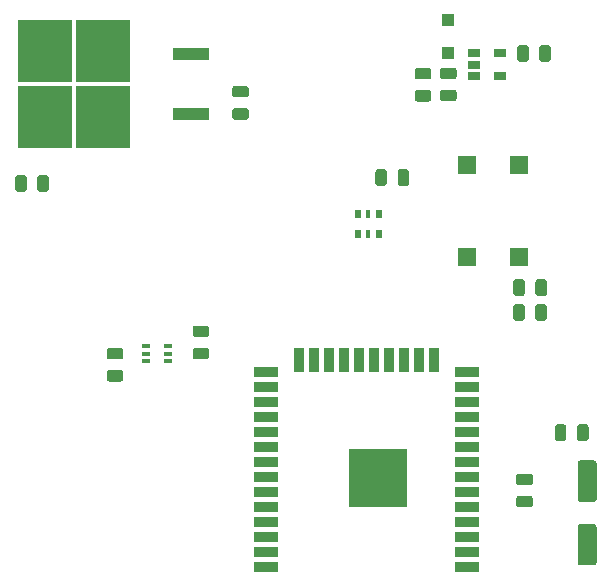
<source format=gbr>
G04 #@! TF.GenerationSoftware,KiCad,Pcbnew,(5.1.5)-3*
G04 #@! TF.CreationDate,2020-12-16T00:20:50-05:00*
G04 #@! TF.ProjectId,pov_ornament,706f765f-6f72-46e6-916d-656e742e6b69,rev?*
G04 #@! TF.SameCoordinates,Original*
G04 #@! TF.FileFunction,Paste,Top*
G04 #@! TF.FilePolarity,Positive*
%FSLAX46Y46*%
G04 Gerber Fmt 4.6, Leading zero omitted, Abs format (unit mm)*
G04 Created by KiCad (PCBNEW (5.1.5)-3) date 2020-12-16 00:20:50*
%MOMM*%
%LPD*%
G04 APERTURE LIST*
%ADD10R,0.500000X0.800000*%
%ADD11R,0.300000X0.800000*%
%ADD12C,0.100000*%
%ADD13R,1.100000X1.100000*%
%ADD14R,3.100000X1.100000*%
%ADD15R,4.550000X5.250000*%
%ADD16R,1.060000X0.650000*%
%ADD17R,0.650000X0.400000*%
%ADD18R,1.500000X1.500000*%
%ADD19R,5.000000X5.000000*%
%ADD20R,2.000000X0.900000*%
%ADD21R,0.900000X2.000000*%
G04 APERTURE END LIST*
D10*
X136075000Y-105400000D03*
D11*
X135175000Y-105400000D03*
D10*
X134275000Y-105400000D03*
D11*
X135175000Y-107100000D03*
D10*
X134275000Y-107100000D03*
X136075000Y-107100000D03*
D12*
G36*
X140280142Y-93026174D02*
G01*
X140303803Y-93029684D01*
X140327007Y-93035496D01*
X140349529Y-93043554D01*
X140371153Y-93053782D01*
X140391670Y-93066079D01*
X140410883Y-93080329D01*
X140428607Y-93096393D01*
X140444671Y-93114117D01*
X140458921Y-93133330D01*
X140471218Y-93153847D01*
X140481446Y-93175471D01*
X140489504Y-93197993D01*
X140495316Y-93221197D01*
X140498826Y-93244858D01*
X140500000Y-93268750D01*
X140500000Y-93756250D01*
X140498826Y-93780142D01*
X140495316Y-93803803D01*
X140489504Y-93827007D01*
X140481446Y-93849529D01*
X140471218Y-93871153D01*
X140458921Y-93891670D01*
X140444671Y-93910883D01*
X140428607Y-93928607D01*
X140410883Y-93944671D01*
X140391670Y-93958921D01*
X140371153Y-93971218D01*
X140349529Y-93981446D01*
X140327007Y-93989504D01*
X140303803Y-93995316D01*
X140280142Y-93998826D01*
X140256250Y-94000000D01*
X139343750Y-94000000D01*
X139319858Y-93998826D01*
X139296197Y-93995316D01*
X139272993Y-93989504D01*
X139250471Y-93981446D01*
X139228847Y-93971218D01*
X139208330Y-93958921D01*
X139189117Y-93944671D01*
X139171393Y-93928607D01*
X139155329Y-93910883D01*
X139141079Y-93891670D01*
X139128782Y-93871153D01*
X139118554Y-93849529D01*
X139110496Y-93827007D01*
X139104684Y-93803803D01*
X139101174Y-93780142D01*
X139100000Y-93756250D01*
X139100000Y-93268750D01*
X139101174Y-93244858D01*
X139104684Y-93221197D01*
X139110496Y-93197993D01*
X139118554Y-93175471D01*
X139128782Y-93153847D01*
X139141079Y-93133330D01*
X139155329Y-93114117D01*
X139171393Y-93096393D01*
X139189117Y-93080329D01*
X139208330Y-93066079D01*
X139228847Y-93053782D01*
X139250471Y-93043554D01*
X139272993Y-93035496D01*
X139296197Y-93029684D01*
X139319858Y-93026174D01*
X139343750Y-93025000D01*
X140256250Y-93025000D01*
X140280142Y-93026174D01*
G37*
G36*
X140280142Y-94901174D02*
G01*
X140303803Y-94904684D01*
X140327007Y-94910496D01*
X140349529Y-94918554D01*
X140371153Y-94928782D01*
X140391670Y-94941079D01*
X140410883Y-94955329D01*
X140428607Y-94971393D01*
X140444671Y-94989117D01*
X140458921Y-95008330D01*
X140471218Y-95028847D01*
X140481446Y-95050471D01*
X140489504Y-95072993D01*
X140495316Y-95096197D01*
X140498826Y-95119858D01*
X140500000Y-95143750D01*
X140500000Y-95631250D01*
X140498826Y-95655142D01*
X140495316Y-95678803D01*
X140489504Y-95702007D01*
X140481446Y-95724529D01*
X140471218Y-95746153D01*
X140458921Y-95766670D01*
X140444671Y-95785883D01*
X140428607Y-95803607D01*
X140410883Y-95819671D01*
X140391670Y-95833921D01*
X140371153Y-95846218D01*
X140349529Y-95856446D01*
X140327007Y-95864504D01*
X140303803Y-95870316D01*
X140280142Y-95873826D01*
X140256250Y-95875000D01*
X139343750Y-95875000D01*
X139319858Y-95873826D01*
X139296197Y-95870316D01*
X139272993Y-95864504D01*
X139250471Y-95856446D01*
X139228847Y-95846218D01*
X139208330Y-95833921D01*
X139189117Y-95819671D01*
X139171393Y-95803607D01*
X139155329Y-95785883D01*
X139141079Y-95766670D01*
X139128782Y-95746153D01*
X139118554Y-95724529D01*
X139110496Y-95702007D01*
X139104684Y-95678803D01*
X139101174Y-95655142D01*
X139100000Y-95631250D01*
X139100000Y-95143750D01*
X139101174Y-95119858D01*
X139104684Y-95096197D01*
X139110496Y-95072993D01*
X139118554Y-95050471D01*
X139128782Y-95028847D01*
X139141079Y-95008330D01*
X139155329Y-94989117D01*
X139171393Y-94971393D01*
X139189117Y-94955329D01*
X139208330Y-94941079D01*
X139228847Y-94928782D01*
X139250471Y-94918554D01*
X139272993Y-94910496D01*
X139296197Y-94904684D01*
X139319858Y-94901174D01*
X139343750Y-94900000D01*
X140256250Y-94900000D01*
X140280142Y-94901174D01*
G37*
G36*
X150405142Y-91101174D02*
G01*
X150428803Y-91104684D01*
X150452007Y-91110496D01*
X150474529Y-91118554D01*
X150496153Y-91128782D01*
X150516670Y-91141079D01*
X150535883Y-91155329D01*
X150553607Y-91171393D01*
X150569671Y-91189117D01*
X150583921Y-91208330D01*
X150596218Y-91228847D01*
X150606446Y-91250471D01*
X150614504Y-91272993D01*
X150620316Y-91296197D01*
X150623826Y-91319858D01*
X150625000Y-91343750D01*
X150625000Y-92256250D01*
X150623826Y-92280142D01*
X150620316Y-92303803D01*
X150614504Y-92327007D01*
X150606446Y-92349529D01*
X150596218Y-92371153D01*
X150583921Y-92391670D01*
X150569671Y-92410883D01*
X150553607Y-92428607D01*
X150535883Y-92444671D01*
X150516670Y-92458921D01*
X150496153Y-92471218D01*
X150474529Y-92481446D01*
X150452007Y-92489504D01*
X150428803Y-92495316D01*
X150405142Y-92498826D01*
X150381250Y-92500000D01*
X149893750Y-92500000D01*
X149869858Y-92498826D01*
X149846197Y-92495316D01*
X149822993Y-92489504D01*
X149800471Y-92481446D01*
X149778847Y-92471218D01*
X149758330Y-92458921D01*
X149739117Y-92444671D01*
X149721393Y-92428607D01*
X149705329Y-92410883D01*
X149691079Y-92391670D01*
X149678782Y-92371153D01*
X149668554Y-92349529D01*
X149660496Y-92327007D01*
X149654684Y-92303803D01*
X149651174Y-92280142D01*
X149650000Y-92256250D01*
X149650000Y-91343750D01*
X149651174Y-91319858D01*
X149654684Y-91296197D01*
X149660496Y-91272993D01*
X149668554Y-91250471D01*
X149678782Y-91228847D01*
X149691079Y-91208330D01*
X149705329Y-91189117D01*
X149721393Y-91171393D01*
X149739117Y-91155329D01*
X149758330Y-91141079D01*
X149778847Y-91128782D01*
X149800471Y-91118554D01*
X149822993Y-91110496D01*
X149846197Y-91104684D01*
X149869858Y-91101174D01*
X149893750Y-91100000D01*
X150381250Y-91100000D01*
X150405142Y-91101174D01*
G37*
G36*
X148530142Y-91101174D02*
G01*
X148553803Y-91104684D01*
X148577007Y-91110496D01*
X148599529Y-91118554D01*
X148621153Y-91128782D01*
X148641670Y-91141079D01*
X148660883Y-91155329D01*
X148678607Y-91171393D01*
X148694671Y-91189117D01*
X148708921Y-91208330D01*
X148721218Y-91228847D01*
X148731446Y-91250471D01*
X148739504Y-91272993D01*
X148745316Y-91296197D01*
X148748826Y-91319858D01*
X148750000Y-91343750D01*
X148750000Y-92256250D01*
X148748826Y-92280142D01*
X148745316Y-92303803D01*
X148739504Y-92327007D01*
X148731446Y-92349529D01*
X148721218Y-92371153D01*
X148708921Y-92391670D01*
X148694671Y-92410883D01*
X148678607Y-92428607D01*
X148660883Y-92444671D01*
X148641670Y-92458921D01*
X148621153Y-92471218D01*
X148599529Y-92481446D01*
X148577007Y-92489504D01*
X148553803Y-92495316D01*
X148530142Y-92498826D01*
X148506250Y-92500000D01*
X148018750Y-92500000D01*
X147994858Y-92498826D01*
X147971197Y-92495316D01*
X147947993Y-92489504D01*
X147925471Y-92481446D01*
X147903847Y-92471218D01*
X147883330Y-92458921D01*
X147864117Y-92444671D01*
X147846393Y-92428607D01*
X147830329Y-92410883D01*
X147816079Y-92391670D01*
X147803782Y-92371153D01*
X147793554Y-92349529D01*
X147785496Y-92327007D01*
X147779684Y-92303803D01*
X147776174Y-92280142D01*
X147775000Y-92256250D01*
X147775000Y-91343750D01*
X147776174Y-91319858D01*
X147779684Y-91296197D01*
X147785496Y-91272993D01*
X147793554Y-91250471D01*
X147803782Y-91228847D01*
X147816079Y-91208330D01*
X147830329Y-91189117D01*
X147846393Y-91171393D01*
X147864117Y-91155329D01*
X147883330Y-91141079D01*
X147903847Y-91128782D01*
X147925471Y-91118554D01*
X147947993Y-91110496D01*
X147971197Y-91104684D01*
X147994858Y-91101174D01*
X148018750Y-91100000D01*
X148506250Y-91100000D01*
X148530142Y-91101174D01*
G37*
G36*
X136530142Y-101601174D02*
G01*
X136553803Y-101604684D01*
X136577007Y-101610496D01*
X136599529Y-101618554D01*
X136621153Y-101628782D01*
X136641670Y-101641079D01*
X136660883Y-101655329D01*
X136678607Y-101671393D01*
X136694671Y-101689117D01*
X136708921Y-101708330D01*
X136721218Y-101728847D01*
X136731446Y-101750471D01*
X136739504Y-101772993D01*
X136745316Y-101796197D01*
X136748826Y-101819858D01*
X136750000Y-101843750D01*
X136750000Y-102756250D01*
X136748826Y-102780142D01*
X136745316Y-102803803D01*
X136739504Y-102827007D01*
X136731446Y-102849529D01*
X136721218Y-102871153D01*
X136708921Y-102891670D01*
X136694671Y-102910883D01*
X136678607Y-102928607D01*
X136660883Y-102944671D01*
X136641670Y-102958921D01*
X136621153Y-102971218D01*
X136599529Y-102981446D01*
X136577007Y-102989504D01*
X136553803Y-102995316D01*
X136530142Y-102998826D01*
X136506250Y-103000000D01*
X136018750Y-103000000D01*
X135994858Y-102998826D01*
X135971197Y-102995316D01*
X135947993Y-102989504D01*
X135925471Y-102981446D01*
X135903847Y-102971218D01*
X135883330Y-102958921D01*
X135864117Y-102944671D01*
X135846393Y-102928607D01*
X135830329Y-102910883D01*
X135816079Y-102891670D01*
X135803782Y-102871153D01*
X135793554Y-102849529D01*
X135785496Y-102827007D01*
X135779684Y-102803803D01*
X135776174Y-102780142D01*
X135775000Y-102756250D01*
X135775000Y-101843750D01*
X135776174Y-101819858D01*
X135779684Y-101796197D01*
X135785496Y-101772993D01*
X135793554Y-101750471D01*
X135803782Y-101728847D01*
X135816079Y-101708330D01*
X135830329Y-101689117D01*
X135846393Y-101671393D01*
X135864117Y-101655329D01*
X135883330Y-101641079D01*
X135903847Y-101628782D01*
X135925471Y-101618554D01*
X135947993Y-101610496D01*
X135971197Y-101604684D01*
X135994858Y-101601174D01*
X136018750Y-101600000D01*
X136506250Y-101600000D01*
X136530142Y-101601174D01*
G37*
G36*
X138405142Y-101601174D02*
G01*
X138428803Y-101604684D01*
X138452007Y-101610496D01*
X138474529Y-101618554D01*
X138496153Y-101628782D01*
X138516670Y-101641079D01*
X138535883Y-101655329D01*
X138553607Y-101671393D01*
X138569671Y-101689117D01*
X138583921Y-101708330D01*
X138596218Y-101728847D01*
X138606446Y-101750471D01*
X138614504Y-101772993D01*
X138620316Y-101796197D01*
X138623826Y-101819858D01*
X138625000Y-101843750D01*
X138625000Y-102756250D01*
X138623826Y-102780142D01*
X138620316Y-102803803D01*
X138614504Y-102827007D01*
X138606446Y-102849529D01*
X138596218Y-102871153D01*
X138583921Y-102891670D01*
X138569671Y-102910883D01*
X138553607Y-102928607D01*
X138535883Y-102944671D01*
X138516670Y-102958921D01*
X138496153Y-102971218D01*
X138474529Y-102981446D01*
X138452007Y-102989504D01*
X138428803Y-102995316D01*
X138405142Y-102998826D01*
X138381250Y-103000000D01*
X137893750Y-103000000D01*
X137869858Y-102998826D01*
X137846197Y-102995316D01*
X137822993Y-102989504D01*
X137800471Y-102981446D01*
X137778847Y-102971218D01*
X137758330Y-102958921D01*
X137739117Y-102944671D01*
X137721393Y-102928607D01*
X137705329Y-102910883D01*
X137691079Y-102891670D01*
X137678782Y-102871153D01*
X137668554Y-102849529D01*
X137660496Y-102827007D01*
X137654684Y-102803803D01*
X137651174Y-102780142D01*
X137650000Y-102756250D01*
X137650000Y-101843750D01*
X137651174Y-101819858D01*
X137654684Y-101796197D01*
X137660496Y-101772993D01*
X137668554Y-101750471D01*
X137678782Y-101728847D01*
X137691079Y-101708330D01*
X137705329Y-101689117D01*
X137721393Y-101671393D01*
X137739117Y-101655329D01*
X137758330Y-101641079D01*
X137778847Y-101628782D01*
X137800471Y-101618554D01*
X137822993Y-101610496D01*
X137846197Y-101604684D01*
X137869858Y-101601174D01*
X137893750Y-101600000D01*
X138381250Y-101600000D01*
X138405142Y-101601174D01*
G37*
D13*
X141950000Y-91800000D03*
X141950000Y-89000000D03*
D14*
X120150000Y-96915000D03*
X120150000Y-91835000D03*
D15*
X107825000Y-91600000D03*
X112675000Y-97150000D03*
X107825000Y-97150000D03*
X112675000Y-91600000D03*
D12*
G36*
X124830142Y-96426174D02*
G01*
X124853803Y-96429684D01*
X124877007Y-96435496D01*
X124899529Y-96443554D01*
X124921153Y-96453782D01*
X124941670Y-96466079D01*
X124960883Y-96480329D01*
X124978607Y-96496393D01*
X124994671Y-96514117D01*
X125008921Y-96533330D01*
X125021218Y-96553847D01*
X125031446Y-96575471D01*
X125039504Y-96597993D01*
X125045316Y-96621197D01*
X125048826Y-96644858D01*
X125050000Y-96668750D01*
X125050000Y-97156250D01*
X125048826Y-97180142D01*
X125045316Y-97203803D01*
X125039504Y-97227007D01*
X125031446Y-97249529D01*
X125021218Y-97271153D01*
X125008921Y-97291670D01*
X124994671Y-97310883D01*
X124978607Y-97328607D01*
X124960883Y-97344671D01*
X124941670Y-97358921D01*
X124921153Y-97371218D01*
X124899529Y-97381446D01*
X124877007Y-97389504D01*
X124853803Y-97395316D01*
X124830142Y-97398826D01*
X124806250Y-97400000D01*
X123893750Y-97400000D01*
X123869858Y-97398826D01*
X123846197Y-97395316D01*
X123822993Y-97389504D01*
X123800471Y-97381446D01*
X123778847Y-97371218D01*
X123758330Y-97358921D01*
X123739117Y-97344671D01*
X123721393Y-97328607D01*
X123705329Y-97310883D01*
X123691079Y-97291670D01*
X123678782Y-97271153D01*
X123668554Y-97249529D01*
X123660496Y-97227007D01*
X123654684Y-97203803D01*
X123651174Y-97180142D01*
X123650000Y-97156250D01*
X123650000Y-96668750D01*
X123651174Y-96644858D01*
X123654684Y-96621197D01*
X123660496Y-96597993D01*
X123668554Y-96575471D01*
X123678782Y-96553847D01*
X123691079Y-96533330D01*
X123705329Y-96514117D01*
X123721393Y-96496393D01*
X123739117Y-96480329D01*
X123758330Y-96466079D01*
X123778847Y-96453782D01*
X123800471Y-96443554D01*
X123822993Y-96435496D01*
X123846197Y-96429684D01*
X123869858Y-96426174D01*
X123893750Y-96425000D01*
X124806250Y-96425000D01*
X124830142Y-96426174D01*
G37*
G36*
X124830142Y-94551174D02*
G01*
X124853803Y-94554684D01*
X124877007Y-94560496D01*
X124899529Y-94568554D01*
X124921153Y-94578782D01*
X124941670Y-94591079D01*
X124960883Y-94605329D01*
X124978607Y-94621393D01*
X124994671Y-94639117D01*
X125008921Y-94658330D01*
X125021218Y-94678847D01*
X125031446Y-94700471D01*
X125039504Y-94722993D01*
X125045316Y-94746197D01*
X125048826Y-94769858D01*
X125050000Y-94793750D01*
X125050000Y-95281250D01*
X125048826Y-95305142D01*
X125045316Y-95328803D01*
X125039504Y-95352007D01*
X125031446Y-95374529D01*
X125021218Y-95396153D01*
X125008921Y-95416670D01*
X124994671Y-95435883D01*
X124978607Y-95453607D01*
X124960883Y-95469671D01*
X124941670Y-95483921D01*
X124921153Y-95496218D01*
X124899529Y-95506446D01*
X124877007Y-95514504D01*
X124853803Y-95520316D01*
X124830142Y-95523826D01*
X124806250Y-95525000D01*
X123893750Y-95525000D01*
X123869858Y-95523826D01*
X123846197Y-95520316D01*
X123822993Y-95514504D01*
X123800471Y-95506446D01*
X123778847Y-95496218D01*
X123758330Y-95483921D01*
X123739117Y-95469671D01*
X123721393Y-95453607D01*
X123705329Y-95435883D01*
X123691079Y-95416670D01*
X123678782Y-95396153D01*
X123668554Y-95374529D01*
X123660496Y-95352007D01*
X123654684Y-95328803D01*
X123651174Y-95305142D01*
X123650000Y-95281250D01*
X123650000Y-94793750D01*
X123651174Y-94769858D01*
X123654684Y-94746197D01*
X123660496Y-94722993D01*
X123668554Y-94700471D01*
X123678782Y-94678847D01*
X123691079Y-94658330D01*
X123705329Y-94639117D01*
X123721393Y-94621393D01*
X123739117Y-94605329D01*
X123758330Y-94591079D01*
X123778847Y-94578782D01*
X123800471Y-94568554D01*
X123822993Y-94560496D01*
X123846197Y-94554684D01*
X123869858Y-94551174D01*
X123893750Y-94550000D01*
X124806250Y-94550000D01*
X124830142Y-94551174D01*
G37*
G36*
X142430142Y-94876174D02*
G01*
X142453803Y-94879684D01*
X142477007Y-94885496D01*
X142499529Y-94893554D01*
X142521153Y-94903782D01*
X142541670Y-94916079D01*
X142560883Y-94930329D01*
X142578607Y-94946393D01*
X142594671Y-94964117D01*
X142608921Y-94983330D01*
X142621218Y-95003847D01*
X142631446Y-95025471D01*
X142639504Y-95047993D01*
X142645316Y-95071197D01*
X142648826Y-95094858D01*
X142650000Y-95118750D01*
X142650000Y-95606250D01*
X142648826Y-95630142D01*
X142645316Y-95653803D01*
X142639504Y-95677007D01*
X142631446Y-95699529D01*
X142621218Y-95721153D01*
X142608921Y-95741670D01*
X142594671Y-95760883D01*
X142578607Y-95778607D01*
X142560883Y-95794671D01*
X142541670Y-95808921D01*
X142521153Y-95821218D01*
X142499529Y-95831446D01*
X142477007Y-95839504D01*
X142453803Y-95845316D01*
X142430142Y-95848826D01*
X142406250Y-95850000D01*
X141493750Y-95850000D01*
X141469858Y-95848826D01*
X141446197Y-95845316D01*
X141422993Y-95839504D01*
X141400471Y-95831446D01*
X141378847Y-95821218D01*
X141358330Y-95808921D01*
X141339117Y-95794671D01*
X141321393Y-95778607D01*
X141305329Y-95760883D01*
X141291079Y-95741670D01*
X141278782Y-95721153D01*
X141268554Y-95699529D01*
X141260496Y-95677007D01*
X141254684Y-95653803D01*
X141251174Y-95630142D01*
X141250000Y-95606250D01*
X141250000Y-95118750D01*
X141251174Y-95094858D01*
X141254684Y-95071197D01*
X141260496Y-95047993D01*
X141268554Y-95025471D01*
X141278782Y-95003847D01*
X141291079Y-94983330D01*
X141305329Y-94964117D01*
X141321393Y-94946393D01*
X141339117Y-94930329D01*
X141358330Y-94916079D01*
X141378847Y-94903782D01*
X141400471Y-94893554D01*
X141422993Y-94885496D01*
X141446197Y-94879684D01*
X141469858Y-94876174D01*
X141493750Y-94875000D01*
X142406250Y-94875000D01*
X142430142Y-94876174D01*
G37*
G36*
X142430142Y-93001174D02*
G01*
X142453803Y-93004684D01*
X142477007Y-93010496D01*
X142499529Y-93018554D01*
X142521153Y-93028782D01*
X142541670Y-93041079D01*
X142560883Y-93055329D01*
X142578607Y-93071393D01*
X142594671Y-93089117D01*
X142608921Y-93108330D01*
X142621218Y-93128847D01*
X142631446Y-93150471D01*
X142639504Y-93172993D01*
X142645316Y-93196197D01*
X142648826Y-93219858D01*
X142650000Y-93243750D01*
X142650000Y-93731250D01*
X142648826Y-93755142D01*
X142645316Y-93778803D01*
X142639504Y-93802007D01*
X142631446Y-93824529D01*
X142621218Y-93846153D01*
X142608921Y-93866670D01*
X142594671Y-93885883D01*
X142578607Y-93903607D01*
X142560883Y-93919671D01*
X142541670Y-93933921D01*
X142521153Y-93946218D01*
X142499529Y-93956446D01*
X142477007Y-93964504D01*
X142453803Y-93970316D01*
X142430142Y-93973826D01*
X142406250Y-93975000D01*
X141493750Y-93975000D01*
X141469858Y-93973826D01*
X141446197Y-93970316D01*
X141422993Y-93964504D01*
X141400471Y-93956446D01*
X141378847Y-93946218D01*
X141358330Y-93933921D01*
X141339117Y-93919671D01*
X141321393Y-93903607D01*
X141305329Y-93885883D01*
X141291079Y-93866670D01*
X141278782Y-93846153D01*
X141268554Y-93824529D01*
X141260496Y-93802007D01*
X141254684Y-93778803D01*
X141251174Y-93755142D01*
X141250000Y-93731250D01*
X141250000Y-93243750D01*
X141251174Y-93219858D01*
X141254684Y-93196197D01*
X141260496Y-93172993D01*
X141268554Y-93150471D01*
X141278782Y-93128847D01*
X141291079Y-93108330D01*
X141305329Y-93089117D01*
X141321393Y-93071393D01*
X141339117Y-93055329D01*
X141358330Y-93041079D01*
X141378847Y-93028782D01*
X141400471Y-93018554D01*
X141422993Y-93010496D01*
X141446197Y-93004684D01*
X141469858Y-93001174D01*
X141493750Y-93000000D01*
X142406250Y-93000000D01*
X142430142Y-93001174D01*
G37*
D16*
X144125000Y-91800000D03*
X144125000Y-92750000D03*
X144125000Y-93700000D03*
X146325000Y-93700000D03*
X146325000Y-91800000D03*
D12*
G36*
X151730142Y-123201174D02*
G01*
X151753803Y-123204684D01*
X151777007Y-123210496D01*
X151799529Y-123218554D01*
X151821153Y-123228782D01*
X151841670Y-123241079D01*
X151860883Y-123255329D01*
X151878607Y-123271393D01*
X151894671Y-123289117D01*
X151908921Y-123308330D01*
X151921218Y-123328847D01*
X151931446Y-123350471D01*
X151939504Y-123372993D01*
X151945316Y-123396197D01*
X151948826Y-123419858D01*
X151950000Y-123443750D01*
X151950000Y-124356250D01*
X151948826Y-124380142D01*
X151945316Y-124403803D01*
X151939504Y-124427007D01*
X151931446Y-124449529D01*
X151921218Y-124471153D01*
X151908921Y-124491670D01*
X151894671Y-124510883D01*
X151878607Y-124528607D01*
X151860883Y-124544671D01*
X151841670Y-124558921D01*
X151821153Y-124571218D01*
X151799529Y-124581446D01*
X151777007Y-124589504D01*
X151753803Y-124595316D01*
X151730142Y-124598826D01*
X151706250Y-124600000D01*
X151218750Y-124600000D01*
X151194858Y-124598826D01*
X151171197Y-124595316D01*
X151147993Y-124589504D01*
X151125471Y-124581446D01*
X151103847Y-124571218D01*
X151083330Y-124558921D01*
X151064117Y-124544671D01*
X151046393Y-124528607D01*
X151030329Y-124510883D01*
X151016079Y-124491670D01*
X151003782Y-124471153D01*
X150993554Y-124449529D01*
X150985496Y-124427007D01*
X150979684Y-124403803D01*
X150976174Y-124380142D01*
X150975000Y-124356250D01*
X150975000Y-123443750D01*
X150976174Y-123419858D01*
X150979684Y-123396197D01*
X150985496Y-123372993D01*
X150993554Y-123350471D01*
X151003782Y-123328847D01*
X151016079Y-123308330D01*
X151030329Y-123289117D01*
X151046393Y-123271393D01*
X151064117Y-123255329D01*
X151083330Y-123241079D01*
X151103847Y-123228782D01*
X151125471Y-123218554D01*
X151147993Y-123210496D01*
X151171197Y-123204684D01*
X151194858Y-123201174D01*
X151218750Y-123200000D01*
X151706250Y-123200000D01*
X151730142Y-123201174D01*
G37*
G36*
X153605142Y-123201174D02*
G01*
X153628803Y-123204684D01*
X153652007Y-123210496D01*
X153674529Y-123218554D01*
X153696153Y-123228782D01*
X153716670Y-123241079D01*
X153735883Y-123255329D01*
X153753607Y-123271393D01*
X153769671Y-123289117D01*
X153783921Y-123308330D01*
X153796218Y-123328847D01*
X153806446Y-123350471D01*
X153814504Y-123372993D01*
X153820316Y-123396197D01*
X153823826Y-123419858D01*
X153825000Y-123443750D01*
X153825000Y-124356250D01*
X153823826Y-124380142D01*
X153820316Y-124403803D01*
X153814504Y-124427007D01*
X153806446Y-124449529D01*
X153796218Y-124471153D01*
X153783921Y-124491670D01*
X153769671Y-124510883D01*
X153753607Y-124528607D01*
X153735883Y-124544671D01*
X153716670Y-124558921D01*
X153696153Y-124571218D01*
X153674529Y-124581446D01*
X153652007Y-124589504D01*
X153628803Y-124595316D01*
X153605142Y-124598826D01*
X153581250Y-124600000D01*
X153093750Y-124600000D01*
X153069858Y-124598826D01*
X153046197Y-124595316D01*
X153022993Y-124589504D01*
X153000471Y-124581446D01*
X152978847Y-124571218D01*
X152958330Y-124558921D01*
X152939117Y-124544671D01*
X152921393Y-124528607D01*
X152905329Y-124510883D01*
X152891079Y-124491670D01*
X152878782Y-124471153D01*
X152868554Y-124449529D01*
X152860496Y-124427007D01*
X152854684Y-124403803D01*
X152851174Y-124380142D01*
X152850000Y-124356250D01*
X152850000Y-123443750D01*
X152851174Y-123419858D01*
X152854684Y-123396197D01*
X152860496Y-123372993D01*
X152868554Y-123350471D01*
X152878782Y-123328847D01*
X152891079Y-123308330D01*
X152905329Y-123289117D01*
X152921393Y-123271393D01*
X152939117Y-123255329D01*
X152958330Y-123241079D01*
X152978847Y-123228782D01*
X153000471Y-123218554D01*
X153022993Y-123210496D01*
X153046197Y-123204684D01*
X153069858Y-123201174D01*
X153093750Y-123200000D01*
X153581250Y-123200000D01*
X153605142Y-123201174D01*
G37*
G36*
X148880142Y-127376174D02*
G01*
X148903803Y-127379684D01*
X148927007Y-127385496D01*
X148949529Y-127393554D01*
X148971153Y-127403782D01*
X148991670Y-127416079D01*
X149010883Y-127430329D01*
X149028607Y-127446393D01*
X149044671Y-127464117D01*
X149058921Y-127483330D01*
X149071218Y-127503847D01*
X149081446Y-127525471D01*
X149089504Y-127547993D01*
X149095316Y-127571197D01*
X149098826Y-127594858D01*
X149100000Y-127618750D01*
X149100000Y-128106250D01*
X149098826Y-128130142D01*
X149095316Y-128153803D01*
X149089504Y-128177007D01*
X149081446Y-128199529D01*
X149071218Y-128221153D01*
X149058921Y-128241670D01*
X149044671Y-128260883D01*
X149028607Y-128278607D01*
X149010883Y-128294671D01*
X148991670Y-128308921D01*
X148971153Y-128321218D01*
X148949529Y-128331446D01*
X148927007Y-128339504D01*
X148903803Y-128345316D01*
X148880142Y-128348826D01*
X148856250Y-128350000D01*
X147943750Y-128350000D01*
X147919858Y-128348826D01*
X147896197Y-128345316D01*
X147872993Y-128339504D01*
X147850471Y-128331446D01*
X147828847Y-128321218D01*
X147808330Y-128308921D01*
X147789117Y-128294671D01*
X147771393Y-128278607D01*
X147755329Y-128260883D01*
X147741079Y-128241670D01*
X147728782Y-128221153D01*
X147718554Y-128199529D01*
X147710496Y-128177007D01*
X147704684Y-128153803D01*
X147701174Y-128130142D01*
X147700000Y-128106250D01*
X147700000Y-127618750D01*
X147701174Y-127594858D01*
X147704684Y-127571197D01*
X147710496Y-127547993D01*
X147718554Y-127525471D01*
X147728782Y-127503847D01*
X147741079Y-127483330D01*
X147755329Y-127464117D01*
X147771393Y-127446393D01*
X147789117Y-127430329D01*
X147808330Y-127416079D01*
X147828847Y-127403782D01*
X147850471Y-127393554D01*
X147872993Y-127385496D01*
X147896197Y-127379684D01*
X147919858Y-127376174D01*
X147943750Y-127375000D01*
X148856250Y-127375000D01*
X148880142Y-127376174D01*
G37*
G36*
X148880142Y-129251174D02*
G01*
X148903803Y-129254684D01*
X148927007Y-129260496D01*
X148949529Y-129268554D01*
X148971153Y-129278782D01*
X148991670Y-129291079D01*
X149010883Y-129305329D01*
X149028607Y-129321393D01*
X149044671Y-129339117D01*
X149058921Y-129358330D01*
X149071218Y-129378847D01*
X149081446Y-129400471D01*
X149089504Y-129422993D01*
X149095316Y-129446197D01*
X149098826Y-129469858D01*
X149100000Y-129493750D01*
X149100000Y-129981250D01*
X149098826Y-130005142D01*
X149095316Y-130028803D01*
X149089504Y-130052007D01*
X149081446Y-130074529D01*
X149071218Y-130096153D01*
X149058921Y-130116670D01*
X149044671Y-130135883D01*
X149028607Y-130153607D01*
X149010883Y-130169671D01*
X148991670Y-130183921D01*
X148971153Y-130196218D01*
X148949529Y-130206446D01*
X148927007Y-130214504D01*
X148903803Y-130220316D01*
X148880142Y-130223826D01*
X148856250Y-130225000D01*
X147943750Y-130225000D01*
X147919858Y-130223826D01*
X147896197Y-130220316D01*
X147872993Y-130214504D01*
X147850471Y-130206446D01*
X147828847Y-130196218D01*
X147808330Y-130183921D01*
X147789117Y-130169671D01*
X147771393Y-130153607D01*
X147755329Y-130135883D01*
X147741079Y-130116670D01*
X147728782Y-130096153D01*
X147718554Y-130074529D01*
X147710496Y-130052007D01*
X147704684Y-130028803D01*
X147701174Y-130005142D01*
X147700000Y-129981250D01*
X147700000Y-129493750D01*
X147701174Y-129469858D01*
X147704684Y-129446197D01*
X147710496Y-129422993D01*
X147718554Y-129400471D01*
X147728782Y-129378847D01*
X147741079Y-129358330D01*
X147755329Y-129339117D01*
X147771393Y-129321393D01*
X147789117Y-129305329D01*
X147808330Y-129291079D01*
X147828847Y-129278782D01*
X147850471Y-129268554D01*
X147872993Y-129260496D01*
X147896197Y-129254684D01*
X147919858Y-129251174D01*
X147943750Y-129250000D01*
X148856250Y-129250000D01*
X148880142Y-129251174D01*
G37*
G36*
X154274504Y-131651204D02*
G01*
X154298773Y-131654804D01*
X154322571Y-131660765D01*
X154345671Y-131669030D01*
X154367849Y-131679520D01*
X154388893Y-131692133D01*
X154408598Y-131706747D01*
X154426777Y-131723223D01*
X154443253Y-131741402D01*
X154457867Y-131761107D01*
X154470480Y-131782151D01*
X154480970Y-131804329D01*
X154489235Y-131827429D01*
X154495196Y-131851227D01*
X154498796Y-131875496D01*
X154500000Y-131900000D01*
X154500000Y-134900000D01*
X154498796Y-134924504D01*
X154495196Y-134948773D01*
X154489235Y-134972571D01*
X154480970Y-134995671D01*
X154470480Y-135017849D01*
X154457867Y-135038893D01*
X154443253Y-135058598D01*
X154426777Y-135076777D01*
X154408598Y-135093253D01*
X154388893Y-135107867D01*
X154367849Y-135120480D01*
X154345671Y-135130970D01*
X154322571Y-135139235D01*
X154298773Y-135145196D01*
X154274504Y-135148796D01*
X154250000Y-135150000D01*
X153150000Y-135150000D01*
X153125496Y-135148796D01*
X153101227Y-135145196D01*
X153077429Y-135139235D01*
X153054329Y-135130970D01*
X153032151Y-135120480D01*
X153011107Y-135107867D01*
X152991402Y-135093253D01*
X152973223Y-135076777D01*
X152956747Y-135058598D01*
X152942133Y-135038893D01*
X152929520Y-135017849D01*
X152919030Y-134995671D01*
X152910765Y-134972571D01*
X152904804Y-134948773D01*
X152901204Y-134924504D01*
X152900000Y-134900000D01*
X152900000Y-131900000D01*
X152901204Y-131875496D01*
X152904804Y-131851227D01*
X152910765Y-131827429D01*
X152919030Y-131804329D01*
X152929520Y-131782151D01*
X152942133Y-131761107D01*
X152956747Y-131741402D01*
X152973223Y-131723223D01*
X152991402Y-131706747D01*
X153011107Y-131692133D01*
X153032151Y-131679520D01*
X153054329Y-131669030D01*
X153077429Y-131660765D01*
X153101227Y-131654804D01*
X153125496Y-131651204D01*
X153150000Y-131650000D01*
X154250000Y-131650000D01*
X154274504Y-131651204D01*
G37*
G36*
X154274504Y-126251204D02*
G01*
X154298773Y-126254804D01*
X154322571Y-126260765D01*
X154345671Y-126269030D01*
X154367849Y-126279520D01*
X154388893Y-126292133D01*
X154408598Y-126306747D01*
X154426777Y-126323223D01*
X154443253Y-126341402D01*
X154457867Y-126361107D01*
X154470480Y-126382151D01*
X154480970Y-126404329D01*
X154489235Y-126427429D01*
X154495196Y-126451227D01*
X154498796Y-126475496D01*
X154500000Y-126500000D01*
X154500000Y-129500000D01*
X154498796Y-129524504D01*
X154495196Y-129548773D01*
X154489235Y-129572571D01*
X154480970Y-129595671D01*
X154470480Y-129617849D01*
X154457867Y-129638893D01*
X154443253Y-129658598D01*
X154426777Y-129676777D01*
X154408598Y-129693253D01*
X154388893Y-129707867D01*
X154367849Y-129720480D01*
X154345671Y-129730970D01*
X154322571Y-129739235D01*
X154298773Y-129745196D01*
X154274504Y-129748796D01*
X154250000Y-129750000D01*
X153150000Y-129750000D01*
X153125496Y-129748796D01*
X153101227Y-129745196D01*
X153077429Y-129739235D01*
X153054329Y-129730970D01*
X153032151Y-129720480D01*
X153011107Y-129707867D01*
X152991402Y-129693253D01*
X152973223Y-129676777D01*
X152956747Y-129658598D01*
X152942133Y-129638893D01*
X152929520Y-129617849D01*
X152919030Y-129595671D01*
X152910765Y-129572571D01*
X152904804Y-129548773D01*
X152901204Y-129524504D01*
X152900000Y-129500000D01*
X152900000Y-126500000D01*
X152901204Y-126475496D01*
X152904804Y-126451227D01*
X152910765Y-126427429D01*
X152919030Y-126404329D01*
X152929520Y-126382151D01*
X152942133Y-126361107D01*
X152956747Y-126341402D01*
X152973223Y-126323223D01*
X152991402Y-126306747D01*
X153011107Y-126292133D01*
X153032151Y-126279520D01*
X153054329Y-126269030D01*
X153077429Y-126260765D01*
X153101227Y-126254804D01*
X153125496Y-126251204D01*
X153150000Y-126250000D01*
X154250000Y-126250000D01*
X154274504Y-126251204D01*
G37*
D17*
X116325000Y-116575000D03*
X116325000Y-117875000D03*
X118225000Y-117225000D03*
X116325000Y-117225000D03*
X118225000Y-117875000D03*
X118225000Y-116575000D03*
D12*
G36*
X150080142Y-110926174D02*
G01*
X150103803Y-110929684D01*
X150127007Y-110935496D01*
X150149529Y-110943554D01*
X150171153Y-110953782D01*
X150191670Y-110966079D01*
X150210883Y-110980329D01*
X150228607Y-110996393D01*
X150244671Y-111014117D01*
X150258921Y-111033330D01*
X150271218Y-111053847D01*
X150281446Y-111075471D01*
X150289504Y-111097993D01*
X150295316Y-111121197D01*
X150298826Y-111144858D01*
X150300000Y-111168750D01*
X150300000Y-112081250D01*
X150298826Y-112105142D01*
X150295316Y-112128803D01*
X150289504Y-112152007D01*
X150281446Y-112174529D01*
X150271218Y-112196153D01*
X150258921Y-112216670D01*
X150244671Y-112235883D01*
X150228607Y-112253607D01*
X150210883Y-112269671D01*
X150191670Y-112283921D01*
X150171153Y-112296218D01*
X150149529Y-112306446D01*
X150127007Y-112314504D01*
X150103803Y-112320316D01*
X150080142Y-112323826D01*
X150056250Y-112325000D01*
X149568750Y-112325000D01*
X149544858Y-112323826D01*
X149521197Y-112320316D01*
X149497993Y-112314504D01*
X149475471Y-112306446D01*
X149453847Y-112296218D01*
X149433330Y-112283921D01*
X149414117Y-112269671D01*
X149396393Y-112253607D01*
X149380329Y-112235883D01*
X149366079Y-112216670D01*
X149353782Y-112196153D01*
X149343554Y-112174529D01*
X149335496Y-112152007D01*
X149329684Y-112128803D01*
X149326174Y-112105142D01*
X149325000Y-112081250D01*
X149325000Y-111168750D01*
X149326174Y-111144858D01*
X149329684Y-111121197D01*
X149335496Y-111097993D01*
X149343554Y-111075471D01*
X149353782Y-111053847D01*
X149366079Y-111033330D01*
X149380329Y-111014117D01*
X149396393Y-110996393D01*
X149414117Y-110980329D01*
X149433330Y-110966079D01*
X149453847Y-110953782D01*
X149475471Y-110943554D01*
X149497993Y-110935496D01*
X149521197Y-110929684D01*
X149544858Y-110926174D01*
X149568750Y-110925000D01*
X150056250Y-110925000D01*
X150080142Y-110926174D01*
G37*
G36*
X148205142Y-110926174D02*
G01*
X148228803Y-110929684D01*
X148252007Y-110935496D01*
X148274529Y-110943554D01*
X148296153Y-110953782D01*
X148316670Y-110966079D01*
X148335883Y-110980329D01*
X148353607Y-110996393D01*
X148369671Y-111014117D01*
X148383921Y-111033330D01*
X148396218Y-111053847D01*
X148406446Y-111075471D01*
X148414504Y-111097993D01*
X148420316Y-111121197D01*
X148423826Y-111144858D01*
X148425000Y-111168750D01*
X148425000Y-112081250D01*
X148423826Y-112105142D01*
X148420316Y-112128803D01*
X148414504Y-112152007D01*
X148406446Y-112174529D01*
X148396218Y-112196153D01*
X148383921Y-112216670D01*
X148369671Y-112235883D01*
X148353607Y-112253607D01*
X148335883Y-112269671D01*
X148316670Y-112283921D01*
X148296153Y-112296218D01*
X148274529Y-112306446D01*
X148252007Y-112314504D01*
X148228803Y-112320316D01*
X148205142Y-112323826D01*
X148181250Y-112325000D01*
X147693750Y-112325000D01*
X147669858Y-112323826D01*
X147646197Y-112320316D01*
X147622993Y-112314504D01*
X147600471Y-112306446D01*
X147578847Y-112296218D01*
X147558330Y-112283921D01*
X147539117Y-112269671D01*
X147521393Y-112253607D01*
X147505329Y-112235883D01*
X147491079Y-112216670D01*
X147478782Y-112196153D01*
X147468554Y-112174529D01*
X147460496Y-112152007D01*
X147454684Y-112128803D01*
X147451174Y-112105142D01*
X147450000Y-112081250D01*
X147450000Y-111168750D01*
X147451174Y-111144858D01*
X147454684Y-111121197D01*
X147460496Y-111097993D01*
X147468554Y-111075471D01*
X147478782Y-111053847D01*
X147491079Y-111033330D01*
X147505329Y-111014117D01*
X147521393Y-110996393D01*
X147539117Y-110980329D01*
X147558330Y-110966079D01*
X147578847Y-110953782D01*
X147600471Y-110943554D01*
X147622993Y-110935496D01*
X147646197Y-110929684D01*
X147669858Y-110926174D01*
X147693750Y-110925000D01*
X148181250Y-110925000D01*
X148205142Y-110926174D01*
G37*
G36*
X114205142Y-118601174D02*
G01*
X114228803Y-118604684D01*
X114252007Y-118610496D01*
X114274529Y-118618554D01*
X114296153Y-118628782D01*
X114316670Y-118641079D01*
X114335883Y-118655329D01*
X114353607Y-118671393D01*
X114369671Y-118689117D01*
X114383921Y-118708330D01*
X114396218Y-118728847D01*
X114406446Y-118750471D01*
X114414504Y-118772993D01*
X114420316Y-118796197D01*
X114423826Y-118819858D01*
X114425000Y-118843750D01*
X114425000Y-119331250D01*
X114423826Y-119355142D01*
X114420316Y-119378803D01*
X114414504Y-119402007D01*
X114406446Y-119424529D01*
X114396218Y-119446153D01*
X114383921Y-119466670D01*
X114369671Y-119485883D01*
X114353607Y-119503607D01*
X114335883Y-119519671D01*
X114316670Y-119533921D01*
X114296153Y-119546218D01*
X114274529Y-119556446D01*
X114252007Y-119564504D01*
X114228803Y-119570316D01*
X114205142Y-119573826D01*
X114181250Y-119575000D01*
X113268750Y-119575000D01*
X113244858Y-119573826D01*
X113221197Y-119570316D01*
X113197993Y-119564504D01*
X113175471Y-119556446D01*
X113153847Y-119546218D01*
X113133330Y-119533921D01*
X113114117Y-119519671D01*
X113096393Y-119503607D01*
X113080329Y-119485883D01*
X113066079Y-119466670D01*
X113053782Y-119446153D01*
X113043554Y-119424529D01*
X113035496Y-119402007D01*
X113029684Y-119378803D01*
X113026174Y-119355142D01*
X113025000Y-119331250D01*
X113025000Y-118843750D01*
X113026174Y-118819858D01*
X113029684Y-118796197D01*
X113035496Y-118772993D01*
X113043554Y-118750471D01*
X113053782Y-118728847D01*
X113066079Y-118708330D01*
X113080329Y-118689117D01*
X113096393Y-118671393D01*
X113114117Y-118655329D01*
X113133330Y-118641079D01*
X113153847Y-118628782D01*
X113175471Y-118618554D01*
X113197993Y-118610496D01*
X113221197Y-118604684D01*
X113244858Y-118601174D01*
X113268750Y-118600000D01*
X114181250Y-118600000D01*
X114205142Y-118601174D01*
G37*
G36*
X114205142Y-116726174D02*
G01*
X114228803Y-116729684D01*
X114252007Y-116735496D01*
X114274529Y-116743554D01*
X114296153Y-116753782D01*
X114316670Y-116766079D01*
X114335883Y-116780329D01*
X114353607Y-116796393D01*
X114369671Y-116814117D01*
X114383921Y-116833330D01*
X114396218Y-116853847D01*
X114406446Y-116875471D01*
X114414504Y-116897993D01*
X114420316Y-116921197D01*
X114423826Y-116944858D01*
X114425000Y-116968750D01*
X114425000Y-117456250D01*
X114423826Y-117480142D01*
X114420316Y-117503803D01*
X114414504Y-117527007D01*
X114406446Y-117549529D01*
X114396218Y-117571153D01*
X114383921Y-117591670D01*
X114369671Y-117610883D01*
X114353607Y-117628607D01*
X114335883Y-117644671D01*
X114316670Y-117658921D01*
X114296153Y-117671218D01*
X114274529Y-117681446D01*
X114252007Y-117689504D01*
X114228803Y-117695316D01*
X114205142Y-117698826D01*
X114181250Y-117700000D01*
X113268750Y-117700000D01*
X113244858Y-117698826D01*
X113221197Y-117695316D01*
X113197993Y-117689504D01*
X113175471Y-117681446D01*
X113153847Y-117671218D01*
X113133330Y-117658921D01*
X113114117Y-117644671D01*
X113096393Y-117628607D01*
X113080329Y-117610883D01*
X113066079Y-117591670D01*
X113053782Y-117571153D01*
X113043554Y-117549529D01*
X113035496Y-117527007D01*
X113029684Y-117503803D01*
X113026174Y-117480142D01*
X113025000Y-117456250D01*
X113025000Y-116968750D01*
X113026174Y-116944858D01*
X113029684Y-116921197D01*
X113035496Y-116897993D01*
X113043554Y-116875471D01*
X113053782Y-116853847D01*
X113066079Y-116833330D01*
X113080329Y-116814117D01*
X113096393Y-116796393D01*
X113114117Y-116780329D01*
X113133330Y-116766079D01*
X113153847Y-116753782D01*
X113175471Y-116743554D01*
X113197993Y-116735496D01*
X113221197Y-116729684D01*
X113244858Y-116726174D01*
X113268750Y-116725000D01*
X114181250Y-116725000D01*
X114205142Y-116726174D01*
G37*
G36*
X148205142Y-113026174D02*
G01*
X148228803Y-113029684D01*
X148252007Y-113035496D01*
X148274529Y-113043554D01*
X148296153Y-113053782D01*
X148316670Y-113066079D01*
X148335883Y-113080329D01*
X148353607Y-113096393D01*
X148369671Y-113114117D01*
X148383921Y-113133330D01*
X148396218Y-113153847D01*
X148406446Y-113175471D01*
X148414504Y-113197993D01*
X148420316Y-113221197D01*
X148423826Y-113244858D01*
X148425000Y-113268750D01*
X148425000Y-114181250D01*
X148423826Y-114205142D01*
X148420316Y-114228803D01*
X148414504Y-114252007D01*
X148406446Y-114274529D01*
X148396218Y-114296153D01*
X148383921Y-114316670D01*
X148369671Y-114335883D01*
X148353607Y-114353607D01*
X148335883Y-114369671D01*
X148316670Y-114383921D01*
X148296153Y-114396218D01*
X148274529Y-114406446D01*
X148252007Y-114414504D01*
X148228803Y-114420316D01*
X148205142Y-114423826D01*
X148181250Y-114425000D01*
X147693750Y-114425000D01*
X147669858Y-114423826D01*
X147646197Y-114420316D01*
X147622993Y-114414504D01*
X147600471Y-114406446D01*
X147578847Y-114396218D01*
X147558330Y-114383921D01*
X147539117Y-114369671D01*
X147521393Y-114353607D01*
X147505329Y-114335883D01*
X147491079Y-114316670D01*
X147478782Y-114296153D01*
X147468554Y-114274529D01*
X147460496Y-114252007D01*
X147454684Y-114228803D01*
X147451174Y-114205142D01*
X147450000Y-114181250D01*
X147450000Y-113268750D01*
X147451174Y-113244858D01*
X147454684Y-113221197D01*
X147460496Y-113197993D01*
X147468554Y-113175471D01*
X147478782Y-113153847D01*
X147491079Y-113133330D01*
X147505329Y-113114117D01*
X147521393Y-113096393D01*
X147539117Y-113080329D01*
X147558330Y-113066079D01*
X147578847Y-113053782D01*
X147600471Y-113043554D01*
X147622993Y-113035496D01*
X147646197Y-113029684D01*
X147669858Y-113026174D01*
X147693750Y-113025000D01*
X148181250Y-113025000D01*
X148205142Y-113026174D01*
G37*
G36*
X150080142Y-113026174D02*
G01*
X150103803Y-113029684D01*
X150127007Y-113035496D01*
X150149529Y-113043554D01*
X150171153Y-113053782D01*
X150191670Y-113066079D01*
X150210883Y-113080329D01*
X150228607Y-113096393D01*
X150244671Y-113114117D01*
X150258921Y-113133330D01*
X150271218Y-113153847D01*
X150281446Y-113175471D01*
X150289504Y-113197993D01*
X150295316Y-113221197D01*
X150298826Y-113244858D01*
X150300000Y-113268750D01*
X150300000Y-114181250D01*
X150298826Y-114205142D01*
X150295316Y-114228803D01*
X150289504Y-114252007D01*
X150281446Y-114274529D01*
X150271218Y-114296153D01*
X150258921Y-114316670D01*
X150244671Y-114335883D01*
X150228607Y-114353607D01*
X150210883Y-114369671D01*
X150191670Y-114383921D01*
X150171153Y-114396218D01*
X150149529Y-114406446D01*
X150127007Y-114414504D01*
X150103803Y-114420316D01*
X150080142Y-114423826D01*
X150056250Y-114425000D01*
X149568750Y-114425000D01*
X149544858Y-114423826D01*
X149521197Y-114420316D01*
X149497993Y-114414504D01*
X149475471Y-114406446D01*
X149453847Y-114396218D01*
X149433330Y-114383921D01*
X149414117Y-114369671D01*
X149396393Y-114353607D01*
X149380329Y-114335883D01*
X149366079Y-114316670D01*
X149353782Y-114296153D01*
X149343554Y-114274529D01*
X149335496Y-114252007D01*
X149329684Y-114228803D01*
X149326174Y-114205142D01*
X149325000Y-114181250D01*
X149325000Y-113268750D01*
X149326174Y-113244858D01*
X149329684Y-113221197D01*
X149335496Y-113197993D01*
X149343554Y-113175471D01*
X149353782Y-113153847D01*
X149366079Y-113133330D01*
X149380329Y-113114117D01*
X149396393Y-113096393D01*
X149414117Y-113080329D01*
X149433330Y-113066079D01*
X149453847Y-113053782D01*
X149475471Y-113043554D01*
X149497993Y-113035496D01*
X149521197Y-113029684D01*
X149544858Y-113026174D01*
X149568750Y-113025000D01*
X150056250Y-113025000D01*
X150080142Y-113026174D01*
G37*
G36*
X121480142Y-116713674D02*
G01*
X121503803Y-116717184D01*
X121527007Y-116722996D01*
X121549529Y-116731054D01*
X121571153Y-116741282D01*
X121591670Y-116753579D01*
X121610883Y-116767829D01*
X121628607Y-116783893D01*
X121644671Y-116801617D01*
X121658921Y-116820830D01*
X121671218Y-116841347D01*
X121681446Y-116862971D01*
X121689504Y-116885493D01*
X121695316Y-116908697D01*
X121698826Y-116932358D01*
X121700000Y-116956250D01*
X121700000Y-117443750D01*
X121698826Y-117467642D01*
X121695316Y-117491303D01*
X121689504Y-117514507D01*
X121681446Y-117537029D01*
X121671218Y-117558653D01*
X121658921Y-117579170D01*
X121644671Y-117598383D01*
X121628607Y-117616107D01*
X121610883Y-117632171D01*
X121591670Y-117646421D01*
X121571153Y-117658718D01*
X121549529Y-117668946D01*
X121527007Y-117677004D01*
X121503803Y-117682816D01*
X121480142Y-117686326D01*
X121456250Y-117687500D01*
X120543750Y-117687500D01*
X120519858Y-117686326D01*
X120496197Y-117682816D01*
X120472993Y-117677004D01*
X120450471Y-117668946D01*
X120428847Y-117658718D01*
X120408330Y-117646421D01*
X120389117Y-117632171D01*
X120371393Y-117616107D01*
X120355329Y-117598383D01*
X120341079Y-117579170D01*
X120328782Y-117558653D01*
X120318554Y-117537029D01*
X120310496Y-117514507D01*
X120304684Y-117491303D01*
X120301174Y-117467642D01*
X120300000Y-117443750D01*
X120300000Y-116956250D01*
X120301174Y-116932358D01*
X120304684Y-116908697D01*
X120310496Y-116885493D01*
X120318554Y-116862971D01*
X120328782Y-116841347D01*
X120341079Y-116820830D01*
X120355329Y-116801617D01*
X120371393Y-116783893D01*
X120389117Y-116767829D01*
X120408330Y-116753579D01*
X120428847Y-116741282D01*
X120450471Y-116731054D01*
X120472993Y-116722996D01*
X120496197Y-116717184D01*
X120519858Y-116713674D01*
X120543750Y-116712500D01*
X121456250Y-116712500D01*
X121480142Y-116713674D01*
G37*
G36*
X121480142Y-114838674D02*
G01*
X121503803Y-114842184D01*
X121527007Y-114847996D01*
X121549529Y-114856054D01*
X121571153Y-114866282D01*
X121591670Y-114878579D01*
X121610883Y-114892829D01*
X121628607Y-114908893D01*
X121644671Y-114926617D01*
X121658921Y-114945830D01*
X121671218Y-114966347D01*
X121681446Y-114987971D01*
X121689504Y-115010493D01*
X121695316Y-115033697D01*
X121698826Y-115057358D01*
X121700000Y-115081250D01*
X121700000Y-115568750D01*
X121698826Y-115592642D01*
X121695316Y-115616303D01*
X121689504Y-115639507D01*
X121681446Y-115662029D01*
X121671218Y-115683653D01*
X121658921Y-115704170D01*
X121644671Y-115723383D01*
X121628607Y-115741107D01*
X121610883Y-115757171D01*
X121591670Y-115771421D01*
X121571153Y-115783718D01*
X121549529Y-115793946D01*
X121527007Y-115802004D01*
X121503803Y-115807816D01*
X121480142Y-115811326D01*
X121456250Y-115812500D01*
X120543750Y-115812500D01*
X120519858Y-115811326D01*
X120496197Y-115807816D01*
X120472993Y-115802004D01*
X120450471Y-115793946D01*
X120428847Y-115783718D01*
X120408330Y-115771421D01*
X120389117Y-115757171D01*
X120371393Y-115741107D01*
X120355329Y-115723383D01*
X120341079Y-115704170D01*
X120328782Y-115683653D01*
X120318554Y-115662029D01*
X120310496Y-115639507D01*
X120304684Y-115616303D01*
X120301174Y-115592642D01*
X120300000Y-115568750D01*
X120300000Y-115081250D01*
X120301174Y-115057358D01*
X120304684Y-115033697D01*
X120310496Y-115010493D01*
X120318554Y-114987971D01*
X120328782Y-114966347D01*
X120341079Y-114945830D01*
X120355329Y-114926617D01*
X120371393Y-114908893D01*
X120389117Y-114892829D01*
X120408330Y-114878579D01*
X120428847Y-114866282D01*
X120450471Y-114856054D01*
X120472993Y-114847996D01*
X120496197Y-114842184D01*
X120519858Y-114838674D01*
X120543750Y-114837500D01*
X121456250Y-114837500D01*
X121480142Y-114838674D01*
G37*
D18*
X147925000Y-109025000D03*
X147925000Y-101225000D03*
X143525000Y-101250000D03*
X143525000Y-109050000D03*
D19*
X136000000Y-127755000D03*
D20*
X143500000Y-135255000D03*
X143500000Y-133985000D03*
X143500000Y-132715000D03*
X143500000Y-131445000D03*
X143500000Y-130175000D03*
X143500000Y-128905000D03*
X143500000Y-127635000D03*
X143500000Y-126365000D03*
X143500000Y-125095000D03*
X143500000Y-123825000D03*
X143500000Y-122555000D03*
X143500000Y-121285000D03*
X143500000Y-120015000D03*
X143500000Y-118745000D03*
D21*
X140715000Y-117745000D03*
X139445000Y-117745000D03*
X138175000Y-117745000D03*
X136905000Y-117745000D03*
X135635000Y-117745000D03*
X134365000Y-117745000D03*
X133095000Y-117745000D03*
X131825000Y-117745000D03*
X130555000Y-117745000D03*
X129285000Y-117745000D03*
D20*
X126500000Y-118745000D03*
X126500000Y-120015000D03*
X126500000Y-121285000D03*
X126500000Y-122555000D03*
X126500000Y-123825000D03*
X126500000Y-125095000D03*
X126500000Y-126365000D03*
X126500000Y-127635000D03*
X126500000Y-128905000D03*
X126500000Y-130175000D03*
X126500000Y-131445000D03*
X126500000Y-132715000D03*
X126500000Y-133985000D03*
X126500000Y-135255000D03*
D12*
G36*
X107905142Y-102101174D02*
G01*
X107928803Y-102104684D01*
X107952007Y-102110496D01*
X107974529Y-102118554D01*
X107996153Y-102128782D01*
X108016670Y-102141079D01*
X108035883Y-102155329D01*
X108053607Y-102171393D01*
X108069671Y-102189117D01*
X108083921Y-102208330D01*
X108096218Y-102228847D01*
X108106446Y-102250471D01*
X108114504Y-102272993D01*
X108120316Y-102296197D01*
X108123826Y-102319858D01*
X108125000Y-102343750D01*
X108125000Y-103256250D01*
X108123826Y-103280142D01*
X108120316Y-103303803D01*
X108114504Y-103327007D01*
X108106446Y-103349529D01*
X108096218Y-103371153D01*
X108083921Y-103391670D01*
X108069671Y-103410883D01*
X108053607Y-103428607D01*
X108035883Y-103444671D01*
X108016670Y-103458921D01*
X107996153Y-103471218D01*
X107974529Y-103481446D01*
X107952007Y-103489504D01*
X107928803Y-103495316D01*
X107905142Y-103498826D01*
X107881250Y-103500000D01*
X107393750Y-103500000D01*
X107369858Y-103498826D01*
X107346197Y-103495316D01*
X107322993Y-103489504D01*
X107300471Y-103481446D01*
X107278847Y-103471218D01*
X107258330Y-103458921D01*
X107239117Y-103444671D01*
X107221393Y-103428607D01*
X107205329Y-103410883D01*
X107191079Y-103391670D01*
X107178782Y-103371153D01*
X107168554Y-103349529D01*
X107160496Y-103327007D01*
X107154684Y-103303803D01*
X107151174Y-103280142D01*
X107150000Y-103256250D01*
X107150000Y-102343750D01*
X107151174Y-102319858D01*
X107154684Y-102296197D01*
X107160496Y-102272993D01*
X107168554Y-102250471D01*
X107178782Y-102228847D01*
X107191079Y-102208330D01*
X107205329Y-102189117D01*
X107221393Y-102171393D01*
X107239117Y-102155329D01*
X107258330Y-102141079D01*
X107278847Y-102128782D01*
X107300471Y-102118554D01*
X107322993Y-102110496D01*
X107346197Y-102104684D01*
X107369858Y-102101174D01*
X107393750Y-102100000D01*
X107881250Y-102100000D01*
X107905142Y-102101174D01*
G37*
G36*
X106030142Y-102101174D02*
G01*
X106053803Y-102104684D01*
X106077007Y-102110496D01*
X106099529Y-102118554D01*
X106121153Y-102128782D01*
X106141670Y-102141079D01*
X106160883Y-102155329D01*
X106178607Y-102171393D01*
X106194671Y-102189117D01*
X106208921Y-102208330D01*
X106221218Y-102228847D01*
X106231446Y-102250471D01*
X106239504Y-102272993D01*
X106245316Y-102296197D01*
X106248826Y-102319858D01*
X106250000Y-102343750D01*
X106250000Y-103256250D01*
X106248826Y-103280142D01*
X106245316Y-103303803D01*
X106239504Y-103327007D01*
X106231446Y-103349529D01*
X106221218Y-103371153D01*
X106208921Y-103391670D01*
X106194671Y-103410883D01*
X106178607Y-103428607D01*
X106160883Y-103444671D01*
X106141670Y-103458921D01*
X106121153Y-103471218D01*
X106099529Y-103481446D01*
X106077007Y-103489504D01*
X106053803Y-103495316D01*
X106030142Y-103498826D01*
X106006250Y-103500000D01*
X105518750Y-103500000D01*
X105494858Y-103498826D01*
X105471197Y-103495316D01*
X105447993Y-103489504D01*
X105425471Y-103481446D01*
X105403847Y-103471218D01*
X105383330Y-103458921D01*
X105364117Y-103444671D01*
X105346393Y-103428607D01*
X105330329Y-103410883D01*
X105316079Y-103391670D01*
X105303782Y-103371153D01*
X105293554Y-103349529D01*
X105285496Y-103327007D01*
X105279684Y-103303803D01*
X105276174Y-103280142D01*
X105275000Y-103256250D01*
X105275000Y-102343750D01*
X105276174Y-102319858D01*
X105279684Y-102296197D01*
X105285496Y-102272993D01*
X105293554Y-102250471D01*
X105303782Y-102228847D01*
X105316079Y-102208330D01*
X105330329Y-102189117D01*
X105346393Y-102171393D01*
X105364117Y-102155329D01*
X105383330Y-102141079D01*
X105403847Y-102128782D01*
X105425471Y-102118554D01*
X105447993Y-102110496D01*
X105471197Y-102104684D01*
X105494858Y-102101174D01*
X105518750Y-102100000D01*
X106006250Y-102100000D01*
X106030142Y-102101174D01*
G37*
M02*

</source>
